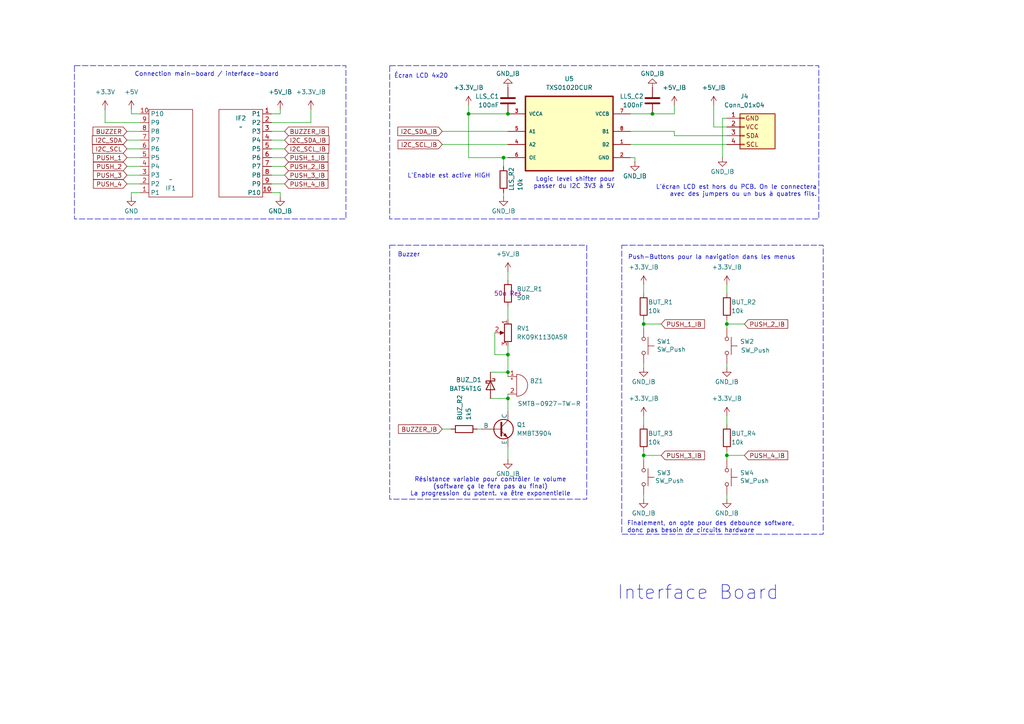
<source format=kicad_sch>
(kicad_sch (version 20231120) (generator "eeschema") (generator_version "8.0")
  (paper "A4")
  (title_block (title "IdeFIX") (rev "v2") (company "GAUL"))
  (lib_symbols
    (symbol "+3.3V_1" (power) (pin_numbers hide) (pin_names (offset 0) hide)
      (property "Value" "+3.3V" (at 0 3.556 0))
      (symbol "+3.3V_1_0_1"
        (polyline (pts (xy -0.762 1.27) (xy 0 2.54)))
        (polyline (pts (xy 0 0) (xy 0 2.54)))
        (polyline (pts (xy 0 2.54) (xy 0.762 1.27)))
      )
      (symbol "+3.3V_1_1_1"
        (pin power_in line (at 0 0 90) (length 0) (name "~") (number "1"))
      )
    )
    (symbol "Connector_Generic:Conn_01x04" (pin_names (offset 1.016) hide)
      (property "Reference" "J?" (at 0 8.89 0))
      (property "Value" "Conn_01x04" (at 0 6.35 0))
      (symbol "Conn_01x04_1_1"
        (rectangle (start -1.27 -4.953) (end 0 -5.207) (stroke (width 0.1524)))
        (rectangle (start -1.27 -2.413) (end 0 -2.667) (stroke (width 0.1524)))
        (rectangle (start -1.27 0.127) (end 0 -0.127) (stroke (width 0.1524)))
        (rectangle (start -1.27 2.667) (end 0 2.413) (stroke (width 0.1524)))
        (rectangle (start -1.27 3.81) (end 8.89 -6.35) (stroke (width 0.254)) (fill (type background)))
        (text "GND" (at 2.286 2.54 0) (effects (font (size 1.27 1.27))))
        (text "SCL" (at 2.286 -5.08 0) (effects (font (size 1.27 1.27))))
        (text "SDA" (at 2.286 -2.54 0) (effects (font (size 1.27 1.27))))
        (text "VCC" (at 2.286 0 0) (effects (font (size 1.27 1.27))))
        (pin passive line (at -5.08 2.54 0) (length 3.81) (name "GND") (number "1"))
        (pin passive line (at -5.08 0 0) (length 3.81) (name "VCC") (number "2"))
        (pin passive line (at -5.08 -2.54 0) (length 3.81) (name "SDA") (number "3"))
        (pin passive line (at -5.08 -5.08 0) (length 3.81) (name "SCL") (number "4"))
      )
    )
    (symbol "Device:Buzzer" (pin_names (offset 0.0254) hide)
      (property "Reference" "BZ" (at 3.81 1.27 0))
      (property "Value" "Buzzer" (at 3.81 -1.27 0))
      (symbol "Buzzer_0_1"
        (arc (start 0 -3.175) (mid 3.1612 0) (end 0 3.175))
        (polyline (pts (xy -1.651 1.905) (xy -1.143 1.905)))
        (polyline (pts (xy -1.397 2.159) (xy -1.397 1.651)))
        (polyline (pts (xy 0 3.175) (xy 0 -3.175)))
      )
      (symbol "Buzzer_1_1"
        (pin passive line (at -2.54 2.54 0) (length 2.54) (name "-") (number "1"))
        (pin passive line (at -2.54 -2.54 0) (length 2.54) (name "+") (number "2"))
      )
    )
    (symbol "Device:C" (pin_numbers hide) (pin_names (offset 0.254))
      (property "Reference" "C" (at 0.635 2.54 0))
      (property "Value" "C" (at 0.635 -2.54 0))
      (symbol "C_0_1"
        (polyline (pts (xy -2.032 -0.762) (xy 2.032 -0.762)) (stroke (width 0.508)))
        (polyline (pts (xy -2.032 0.762) (xy 2.032 0.762)) (stroke (width 0.508)))
      )
      (symbol "C_1_1"
        (pin passive line (at 0 3.81 270) (length 2.794) (name "~") (number "1"))
        (pin passive line (at 0 -3.81 90) (length 2.794) (name "~") (number "2"))
      )
    )
    (symbol "Device:R" (pin_numbers hide) (pin_names (offset 0))
      (property "Reference" "R" (at 2.032 0 90))
      (property "Value" "R" (at 0 0 90))
      (symbol "R_0_1"
        (rectangle (start -1.016 -2.54) (end 1.016 2.54) (stroke (width 0.254)))
      )
      (symbol "R_1_1"
        (pin passive line (at 0 3.81 270) (length 1.27) (name "~") (number "1"))
        (pin passive line (at 0 -3.81 90) (length 1.27) (name "~") (number "2"))
      )
    )
    (symbol "Device:R_Potentiometer" (pin_names (offset 1.016) hide)
      (property "Reference" "RV" (at -4.445 0 90))
      (property "Value" "R_Potentiometer" (at -2.54 0 90))
      (symbol "R_Potentiometer_0_1"
        (polyline (pts (xy 2.54 0) (xy 1.524 0)))
        (polyline (pts (xy 1.143 0) (xy 2.286 0.508) (xy 2.286 -0.508) (xy 1.143 0)) (fill (type outline)))
        (rectangle (start 1.016 2.54) (end -1.016 -2.54) (stroke (width 0.254)))
      )
      (symbol "R_Potentiometer_1_1"
        (pin passive line (at 0 3.81 270) (length 1.27) (name "1") (number "1"))
        (pin passive line (at 3.81 0 180) (length 1.27) (name "2") (number "2"))
        (pin passive line (at 0 -3.81 90) (length 1.27) (name "3") (number "3"))
      )
    )
    (symbol "Diode:1N6858UR" (pin_numbers hide) (pin_names (offset 1.016) hide)
      (property "Reference" "D" (at 0 2.54 0))
      (property "Value" "1N6858UR" (at 0 -2.54 0))
      (symbol "1N6858UR_0_1"
        (polyline (pts (xy 1.27 0) (xy -1.27 0)))
        (polyline (pts (xy 1.27 1.27) (xy 1.27 -1.27) (xy -1.27 0) (xy 1.27 1.27)) (stroke (width 0.254)))
        (polyline (pts (xy -1.905 0.635) (xy -1.905 1.27) (xy -1.27 1.27) (xy -1.27 -1.27) (xy -0.635 -1.27) (xy -0.635 -0.635)) (stroke (width 0.254)))
      )
      (symbol "1N6858UR_1_1"
        (pin passive line (at -3.81 0 0) (length 2.54) (name "K") (number "1"))
        (pin passive line (at 3.81 0 180) (length 2.54) (name "A") (number "2"))
      )
    )
    (symbol "GND_1" (power) (pin_numbers hide) (pin_names (offset 0) hide)
      (property "Value" "GND" (at 0 -3.81 0))
      (symbol "GND_1_0_1"
        (polyline (pts (xy 0 0) (xy 0 -1.27) (xy 1.27 -1.27) (xy 0 -2.54) (xy -1.27 -1.27) (xy 0 -1.27)))
      )
      (symbol "GND_1_1_1"
        (pin power_in line (at 0 0 270) (length 0) (name "~") (number "1"))
      )
    )
    (symbol "INTERFACE_BOARD_1"
      (property "Reference" "IF" (at 0 0.254 0))
      (property "Digikey" "  WM1750-ND" (at 0 0 0))
      (symbol "INTERFACE_BOARD_1_0_1"
        (rectangle (start -6.35 12.7) (end 6.35 -12.7))
      )
      (symbol "INTERFACE_BOARD_1_1_1"
        (pin input line (at -8.89 11.43 0) (length 2.54) (name "P1") (number "1"))
        (pin input line (at -8.89 -11.43 0) (length 2.54) (name "P10") (number "10"))
        (pin input line (at -8.89 8.89 0) (length 2.54) (name "P2") (number "2"))
        (pin input line (at -8.89 6.35 0) (length 2.54) (name "P3") (number "3"))
        (pin input line (at -8.89 3.81 0) (length 2.54) (name "P4") (number "4"))
        (pin input line (at -8.89 1.27 0) (length 2.54) (name "P5") (number "5"))
        (pin input line (at -8.89 -1.27 0) (length 2.54) (name "P6") (number "6"))
        (pin input line (at -8.89 -3.81 0) (length 2.54) (name "P7") (number "7"))
        (pin input line (at -8.89 -6.35 0) (length 2.54) (name "P8") (number "8"))
        (pin input line (at -8.89 -8.89 0) (length 2.54) (name "P9") (number "9"))
      )
    )
    (symbol "Simulation_SPICE:NPN" (pin_numbers hide) (pin_names (offset 0))
      (property "Reference" "Q" (at -2.54 7.62 0))
      (property "Value" "NPN" (at -2.54 5.08 0))
      (symbol "NPN_0_1"
        (polyline (pts (xy -2.54 0) (xy 0.635 0)) (stroke (width 0.1524)))
        (polyline (pts (xy 0.635 0.635) (xy 2.54 2.54)))
        (polyline (pts (xy 2.794 -1.27) (xy 2.794 -1.27)) (stroke (width 0.1524)))
        (polyline (pts (xy 2.794 -1.27) (xy 2.794 -1.27)) (stroke (width 0.1524)))
        (polyline (pts (xy 0.635 -0.635) (xy 2.54 -2.54) (xy 2.54 -2.54)))
        (polyline (pts (xy 0.635 1.905) (xy 0.635 -1.905) (xy 0.635 -1.905)) (stroke (width 0.508)))
        (polyline (pts (xy 1.27 -1.778) (xy 1.778 -1.27) (xy 2.286 -2.286) (xy 1.27 -1.778) (xy 1.27 -1.778)) (fill (type outline)))
        (circle (center 1.27 0) (radius 2.8194) (stroke (width 0.254)))
      )
      (symbol "NPN_1_1"
        (pin open_collector line (at 2.54 5.08 270) (length 2.54) (name "C") (number "1"))
        (pin input line (at -5.08 0 0) (length 2.54) (name "B") (number "2"))
        (pin open_emitter line (at 2.54 -5.08 90) (length 2.54) (name "E") (number "3"))
      )
    )
    (symbol "Switch:SW_Push" (pin_numbers hide) (pin_names (offset 1.016) hide)
      (property "Reference" "SW" (at 1.27 2.54 0))
      (property "Value" "SW_Push" (at 0 -1.524 0))
      (symbol "SW_Push_0_1"
        (circle (center -2.032 0) (radius 0.508))
        (polyline (pts (xy 0 1.27) (xy 0 3.048)))
        (polyline (pts (xy 2.54 1.27) (xy -2.54 1.27)))
        (circle (center 2.032 0) (radius 0.508))
        (pin passive line (at -5.08 0 0) (length 2.54) (name "1") (number "1"))
        (pin passive line (at 5.08 0 180) (length 2.54) (name "2") (number "2"))
      )
    )
    (symbol "Symboles:INTERFACE_BOARD"
      (property "Reference" "IF" (at 0 0.254 0))
      (property "Digikey" "  WM1750-ND" (at 0 0 0))
      (symbol "INTERFACE_BOARD_0_1"
        (rectangle (start -6.35 12.7) (end 6.35 -12.7))
      )
      (symbol "INTERFACE_BOARD_1_1"
        (pin input line (at -8.89 11.43 0) (length 2.54) (name "P1") (number "1"))
        (pin input line (at -8.89 -11.43 0) (length 2.54) (name "P10") (number "10"))
        (pin input line (at -8.89 8.89 0) (length 2.54) (name "P2") (number "2"))
        (pin input line (at -8.89 6.35 0) (length 2.54) (name "P3") (number "3"))
        (pin input line (at -8.89 3.81 0) (length 2.54) (name "P4") (number "4"))
        (pin input line (at -8.89 1.27 0) (length 2.54) (name "P5") (number "5"))
        (pin input line (at -8.89 -1.27 0) (length 2.54) (name "P6") (number "6"))
        (pin input line (at -8.89 -3.81 0) (length 2.54) (name "P7") (number "7"))
        (pin input line (at -8.89 -6.35 0) (length 2.54) (name "P8") (number "8"))
        (pin input line (at -8.89 -8.89 0) (length 2.54) (name "P9") (number "9"))
      )
    )
    (symbol "Symboles:TXS0102DCUR" (pin_names (offset 1.016))
      (property "Reference" "U" (at -0.762 11.938 0))
      (property "Value" "TXS0102DCUR" (at -6.35 8.636 0))
      (symbol "TXS0102DCUR_0_0"
        (rectangle (start -12.7 11.43) (end 12.7 -10.16) (stroke (width 0.41)) (fill (type background)))
        (pin bidirectional line (at 17.78 -2.54 180) (length 5.08) (name "B2") (number "1"))
        (pin power_in line (at 17.78 -6.35 180) (length 5.08) (name "GND") (number "2"))
        (pin power_in line (at -17.78 6.35 0) (length 5.08) (name "VCCA") (number "3"))
        (pin bidirectional line (at -17.78 -2.54 0) (length 5.08) (name "A2") (number "4"))
        (pin bidirectional line (at -17.78 1.27 0) (length 5.08) (name "A1") (number "5"))
        (pin input line (at -17.78 -6.35 0) (length 5.08) (name "OE") (number "6"))
        (pin power_in line (at 17.78 6.35 180) (length 5.08) (name "VCCB") (number "7"))
        (pin bidirectional line (at 17.78 1.27 180) (length 5.08) (name "B1") (number "8"))
      )
    )
    (symbol "power:+3.3V" (power) (pin_names (offset 0))
      (property "Value" "+3.3V" (at 0 3.556 0))
      (symbol "+3.3V_0_1"
        (polyline (pts (xy -0.762 1.27) (xy 0 2.54)))
        (polyline (pts (xy 0 0) (xy 0 2.54)))
        (polyline (pts (xy 0 2.54) (xy 0.762 1.27)))
      )
      (symbol "+3.3V_1_1"
        (pin power_in line (at 0 0 90) (length 0) hide (name "+3.3V") (number "1"))
      )
    )
    (symbol "power:+5V" (power) (pin_numbers hide) (pin_names (offset 0) hide)
      (property "Value" "+5V" (at 0 3.556 0))
      (symbol "+5V_0_1"
        (polyline (pts (xy -0.762 1.27) (xy 0 2.54)))
        (polyline (pts (xy 0 0) (xy 0 2.54)))
        (polyline (pts (xy 0 2.54) (xy 0.762 1.27)))
      )
      (symbol "+5V_1_1"
        (pin power_in line (at 0 0 90) (length 0) (name "~") (number "1"))
      )
    )
  )
  (junction (at 135.89 33.02))
  (junction (at 210.82 132.08))
  (junction (at 210.82 93.98))
  (junction (at 147.32 115.57))
  (junction (at 186.69 93.98))
  (junction (at 147.32 102.87))
  (junction (at 146.05 45.72))
  (junction (at 189.23 33.02))
  (junction (at 186.69 132.08))
  (junction (at 147.32 33.02))
  (junction (at 147.32 107.95))
  (wire (pts (xy 210.82 130.81) (xy 210.82 132.08)))
  (wire (pts (xy 210.82 34.29) (xy 209.55 34.29)))
  (wire (pts (xy 36.83 53.34) (xy 40.64 53.34)))
  (wire (pts (xy 78.74 48.26) (xy 82.55 48.26)))
  (wire (pts (xy 78.74 50.8) (xy 82.55 50.8)))
  (wire (pts (xy 36.83 40.64) (xy 40.64 40.64)))
  (wire (pts (xy 147.32 45.72) (xy 146.05 45.72)))
  (wire (pts (xy 38.1 57.15) (xy 38.1 55.88)))
  (wire (pts (xy 81.28 33.02) (xy 81.28 31.75)))
  (wire (pts (xy 142.24 107.95) (xy 147.32 107.95)))
  (wire (pts (xy 186.69 130.81) (xy 186.69 132.08)))
  (wire (pts (xy 128.27 124.46) (xy 130.81 124.46)))
  (wire (pts (xy 143.51 102.87) (xy 143.51 96.52)))
  (wire (pts (xy 147.32 107.95) (xy 147.32 102.87)))
  (wire (pts (xy 209.55 34.29) (xy 209.55 45.72)))
  (wire (pts (xy 186.69 132.08) (xy 186.69 133.35)))
  (wire (pts (xy 30.48 35.56) (xy 40.64 35.56)))
  (wire (pts (xy 186.69 82.55) (xy 186.69 85.09)))
  (wire (pts (xy 135.89 33.02) (xy 135.89 30.48)))
  (wire (pts (xy 78.74 45.72) (xy 82.55 45.72)))
  (wire (pts (xy 78.74 35.56) (xy 90.17 35.56)))
  (wire (pts (xy 210.82 82.55) (xy 210.82 85.09)))
  (wire (pts (xy 189.23 33.02) (xy 182.88 33.02)))
  (wire (pts (xy 38.1 31.75) (xy 38.1 33.02)))
  (wire (pts (xy 210.82 93.98) (xy 215.9 93.98)))
  (wire (pts (xy 36.83 38.1) (xy 40.64 38.1)))
  (wire (pts (xy 210.82 92.71) (xy 210.82 93.98)))
  (wire (pts (xy 147.32 88.9) (xy 147.32 92.71)))
  (wire (pts (xy 146.05 45.72) (xy 146.05 48.26)))
  (wire (pts (xy 78.74 33.02) (xy 81.28 33.02)))
  (wire (pts (xy 210.82 120.65) (xy 210.82 123.19)))
  (wire (pts (xy 210.82 132.08) (xy 210.82 133.35)))
  (wire (pts (xy 147.32 38.1) (xy 128.27 38.1)))
  (wire (pts (xy 135.89 45.72) (xy 135.89 33.02)))
  (wire (pts (xy 78.74 53.34) (xy 82.55 53.34)))
  (wire (pts (xy 207.01 30.48) (xy 207.01 36.83)))
  (wire (pts (xy 147.32 41.91) (xy 128.27 41.91)))
  (wire (pts (xy 186.69 92.71) (xy 186.69 93.98)))
  (wire (pts (xy 182.88 38.1) (xy 195.58 38.1)))
  (wire (pts (xy 78.74 43.18) (xy 82.55 43.18)))
  (wire (pts (xy 195.58 38.1) (xy 195.58 39.37)))
  (wire (pts (xy 186.69 120.65) (xy 186.69 123.19)))
  (wire (pts (xy 138.43 124.46) (xy 139.7 124.46)))
  (wire (pts (xy 30.48 31.75) (xy 30.48 35.56)))
  (wire (pts (xy 78.74 40.64) (xy 82.55 40.64)))
  (wire (pts (xy 184.15 46.99) (xy 184.15 45.72)))
  (wire (pts (xy 195.58 33.02) (xy 189.23 33.02)))
  (wire (pts (xy 147.32 100.33) (xy 147.32 102.87)))
  (wire (pts (xy 147.32 114.3) (xy 147.32 115.57)))
  (wire (pts (xy 210.82 143.51) (xy 210.82 144.78)))
  (wire (pts (xy 78.74 55.88) (xy 81.28 55.88)))
  (wire (pts (xy 186.69 93.98) (xy 186.69 95.25)))
  (wire (pts (xy 38.1 33.02) (xy 40.64 33.02)))
  (wire (pts (xy 195.58 39.37) (xy 210.82 39.37)))
  (wire (pts (xy 184.15 45.72) (xy 182.88 45.72)))
  (wire (pts (xy 81.28 57.15) (xy 81.28 55.88)))
  (wire (pts (xy 36.83 50.8) (xy 40.64 50.8)))
  (wire (pts (xy 36.83 48.26) (xy 40.64 48.26)))
  (wire (pts (xy 147.32 107.95) (xy 147.32 109.22)))
  (wire (pts (xy 210.82 93.98) (xy 210.82 95.25)))
  (wire (pts (xy 210.82 132.08) (xy 215.9 132.08)))
  (wire (pts (xy 147.32 115.57) (xy 147.32 119.38)))
  (wire (pts (xy 186.69 105.41) (xy 186.69 106.68)))
  (wire (pts (xy 186.69 132.08) (xy 191.77 132.08)))
  (wire (pts (xy 207.01 36.83) (xy 210.82 36.83)))
  (wire (pts (xy 147.32 129.54) (xy 147.32 133.35)))
  (wire (pts (xy 36.83 45.72) (xy 40.64 45.72)))
  (wire (pts (xy 186.69 143.51) (xy 186.69 144.78)))
  (wire (pts (xy 36.83 43.18) (xy 40.64 43.18)))
  (wire (pts (xy 147.32 33.02) (xy 135.89 33.02)))
  (wire (pts (xy 147.32 78.74) (xy 147.32 81.28)))
  (wire (pts (xy 146.05 45.72) (xy 135.89 45.72)))
  (wire (pts (xy 142.24 115.57) (xy 147.32 115.57)))
  (wire (pts (xy 147.32 102.87) (xy 143.51 102.87)))
  (wire (pts (xy 186.69 93.98) (xy 191.77 93.98)))
  (wire (pts (xy 78.74 38.1) (xy 82.55 38.1)))
  (wire (pts (xy 146.05 57.15) (xy 146.05 55.88)))
  (wire (pts (xy 210.82 105.41) (xy 210.82 106.68)))
  (wire (pts (xy 195.58 30.48) (xy 195.58 33.02)))
  (wire (pts (xy 38.1 55.88) (xy 40.64 55.88)))
  (wire (pts (xy 90.17 35.56) (xy 90.17 31.75)))
  (wire (pts (xy 210.82 41.91) (xy 182.88 41.91)))
  (rectangle (start 21.59 19.05) (end 100.33 63.5) (stroke (width 0) (type dash)))
  (rectangle (start 113.03 19.05) (end 237.49 63.5) (stroke (width 0) (type dash)))
  (rectangle (start 113.03 71.12) (end 170.18 144.78) (stroke (width 0) (type dash)))
  (rectangle (start 180.34 71.12) (end 238.76 154.94) (stroke (width 0) (type dash)))
  (text "Logic level shifter pour\npasser du I2C 3V3 à 5V\n" (at 178.308 54.864 0) (effects (font (size 1.27 1.27)) (justify right bottom)))
  (text "Interface Board" (at 202.438 171.958 0) (effects (font (size 4 4))))
  (text "Connection main-board / interface-board" (at 59.944 21.59 0) (effects (font (size 1.27 1.27))))
  (text "L'écran LCD est hors du PCB. On le connectera\navec des jumpers ou un bus à quatres fils." (at 236.982 57.15 0) (effects (font (size 1.27 1.27)) (justify right bottom)))
  (text "Finalement, on opte pour des debounce software,\ndonc pas besoin de circuits hardware" (at 181.864 154.686 0) (effects (font (size 1.27 1.27)) (justify left bottom)))
  (text "Écran LCD 4x20" (at 114.3 22.86 0) (effects (font (size 1.27 1.27)) (justify left bottom)))
  (text "Résistance variable pour contrôler le volume\n(software ça le fera pas au final)\nLa progression du potent. va être exponentielle" (at 142.24 141.224 0) (effects (font (size 1.27 1.27))))
  (text "Buzzer\n" (at 115.316 74.676 0) (effects (font (size 1.27 1.27)) (justify left bottom)))
  (text "Push-Buttons pour la navigation dans les menus" (at 182.118 75.438 0) (effects (font (size 1.27 1.27)) (justify left bottom)))
  (text "L'Enable est active HIGH\n" (at 142.24 51.816 0) (effects (font (size 1.27 1.27)) (justify right bottom)))
  (global_label "I2C_SDA_IB" (shape input) (at 128.27 38.1 180) (property "Intersheetrefs" "${INTERSHEET_REFS}" (effects (hide yes))))
  (global_label "I2C_SCL_IB" (shape input) (at 128.27 41.91 180) (property "Intersheetrefs" "${INTERSHEET_REFS}" (effects (hide yes))))
  (global_label "I2C_SDA" (shape input) (at 36.83 40.64 180) (property "Intersheetrefs" "${INTERSHEET_REFS}" (effects (hide yes))))
  (global_label "PUSH_4" (shape input) (at 36.83 53.34 180) (property "Intersheetrefs" "${INTERSHEET_REFS}" (effects (hide yes))))
  (global_label "PUSH_4_IB" (shape input) (at 215.9 132.08 0) (property "Intersheetrefs" "${INTERSHEET_REFS}" (effects (hide yes))))
  (global_label "PUSH_2_IB" (shape input) (at 82.55 48.26 0) (property "Intersheetrefs" "${INTERSHEET_REFS}" (effects (hide yes))))
  (global_label "BUZZER_IB" (shape input) (at 128.27 124.46 180) (property "Intersheetrefs" "${INTERSHEET_REFS}" (effects (hide yes))))
  (global_label "BUZZER_IB" (shape input) (at 82.55 38.1 0) (property "Intersheetrefs" "${INTERSHEET_REFS}" (effects (hide yes))))
  (global_label "PUSH_4_IB" (shape input) (at 82.55 53.34 0) (property "Intersheetrefs" "${INTERSHEET_REFS}" (effects (hide yes))))
  (global_label "PUSH_2_IB" (shape input) (at 215.9 93.98 0) (property "Intersheetrefs" "${INTERSHEET_REFS}" (effects (hide yes))))
  (global_label "PUSH_3" (shape input) (at 36.83 50.8 180) (property "Intersheetrefs" "${INTERSHEET_REFS}" (effects (hide yes))))
  (global_label "I2C_SCL_IB" (shape input) (at 82.55 43.18 0) (property "Intersheetrefs" "${INTERSHEET_REFS}" (effects (hide yes))))
  (global_label "PUSH_1_IB" (shape input) (at 191.77 93.98 0) (property "Intersheetrefs" "${INTERSHEET_REFS}" (effects (hide yes))))
  (global_label "PUSH_1_IB" (shape input) (at 82.55 45.72 0) (property "Intersheetrefs" "${INTERSHEET_REFS}" (effects (hide yes))))
  (global_label "PUSH_3_IB" (shape input) (at 82.55 50.8 0) (property "Intersheetrefs" "${INTERSHEET_REFS}" (effects (hide yes))))
  (global_label "I2C_SCL" (shape input) (at 36.83 43.18 180) (property "Intersheetrefs" "${INTERSHEET_REFS}" (effects (hide yes))))
  (global_label "PUSH_1" (shape input) (at 36.83 45.72 180) (property "Intersheetrefs" "${INTERSHEET_REFS}" (effects (hide yes))))
  (global_label "BUZZER" (shape input) (at 36.83 38.1 180) (property "Intersheetrefs" "${INTERSHEET_REFS}" (effects (hide yes))))
  (global_label "I2C_SDA_IB" (shape input) (at 82.55 40.64 0) (property "Intersheetrefs" "${INTERSHEET_REFS}" (effects (hide yes))))
  (global_label "PUSH_2" (shape input) (at 36.83 48.26 180) (property "Intersheetrefs" "${INTERSHEET_REFS}" (effects (hide yes))))
  (global_label "PUSH_3_IB" (shape input) (at 191.77 132.08 0) (property "Intersheetrefs" "${INTERSHEET_REFS}" (effects (hide yes))))
  (symbol (lib_id "power:+3.3V") (at 135.89 30.48 0) (mirror y) (unit 1)
    (property "Reference" "#PWR053" (effects (hide yes)))
    (property "Value" "+3.3V_IB" (at 135.89 25.4 0))
  )
  (symbol (lib_id "Connector_Generic:Conn_01x04") (at 215.9 36.83 0) (unit 1) (in_bom no)
    (property "Reference" "J4" (at 215.9 27.94 0))
    (property "Value" "Conn_01x04" (at 215.9 30.48 0))
    (property "Footprint" "Connector_PinHeader_2.54mm:PinHeader_1x04_P2.54mm_Vertical" (effects (hide yes)))
  )
  (symbol (lib_id "Device:R") (at 147.32 85.09 180) (unit 1)
    (property "Reference" "BUZ_R1" (at 149.86 83.82 0) (effects (justify right)))
    (property "Value" "50R" (at 149.86 86.36 0) (effects (justify right)))
    (property "Footprint" "Resistor_SMD:R_1206_3216Metric" (effects (hide yes)))
    (property "Description" "50o Res" (at 147.32 85.09 0))
    (property "Digikey" "541-TNPW120650R0BEENCT-ND" (effects (hide yes)))
  )
  (symbol (lib_id "Device:R") (at 186.69 127 0) (unit 1)
    (property "Reference" "BUT_R3" (at 187.96 125.73 0) (effects (justify left)))
    (property "Value" "10k" (at 187.96 128.27 0) (effects (justify left)))
    (property "Footprint" "Resistor_SMD:R_1206_3216Metric" (effects (hide yes)))
    (property "Description" "10k Res" (effects (hide yes)))
    (property "Digikey" "311-10.0KFRCT-ND" (effects (hide yes)))
  )
  (symbol (lib_id "power:+5V") (at 38.1 31.75 0) (unit 1)
    (property "Reference" "#PWR054" (effects (hide yes)))
    (property "Value" "+5V" (at 38.1 26.67 0))
    (property "Description" "Power symbol creates a global label with name \"+5V\"" (effects (hide yes)))
  )
  (symbol (lib_id "power:+3.3V") (at 210.82 82.55 0) (unit 1)
    (property "Reference" "#PWR047" (effects (hide yes)))
    (property "Value" "+3.3V_IB" (at 210.82 77.47 0))
  )
  (symbol (lib_name "INTERFACE_BOARD_1") (lib_id "Symboles:INTERFACE_BOARD") (at 49.53 44.45 0) (mirror x) (unit 1)
    (property "Reference" "IF1" (at 49.53 54.61 0))
    (property "Value" "~" (at 49.53 52.07 0))
    (property "Footprint" "Footprints:CONN10_530481010_MOL" (effects (hide yes)))
    (property "Datasheet" "https://www.molex.com/en-us/products/part-detail/530481010" (effects (hide yes)))
    (property "Description" "PCB connector" (effects (hide yes)))
    (property "Digikey" "  WM1750-ND" (effects (hide yes)))
  )
  (symbol (lib_id "Device:C") (at 189.23 29.21 0) (mirror y) (unit 1)
    (property "Reference" "LLS_C2" (at 186.69 27.94 0) (effects (justify left)))
    (property "Value" "100nF" (at 186.69 30.48 0) (effects (justify left)))
    (property "Footprint" "Capacitor_SMD:C_1206_3216Metric" (effects (hide yes)))
    (property "Description" "100nF Cap" (effects (hide yes)))
    (property "Digikey" "399-C1206C104K5RACTUCT-ND" (effects (hide yes)))
  )
  (symbol (lib_id "power:+5V") (at 195.58 30.48 0) (mirror y) (unit 1)
    (property "Reference" "#PWR071" (effects (hide yes)))
    (property "Value" "+5V_IB" (at 195.58 25.4 0))
    (property "Description" "Power symbol creates a global label with name \"+5V\"" (effects (hide yes)))
  )
  (symbol (lib_name "GND_1") (lib_id "power:GND") (at 189.23 25.4 0) (mirror x) (unit 1)
    (property "Reference" "#PWR075" (effects (hide yes)))
    (property "Value" "GND_IB" (at 189.23 21.336 0))
    (property "Description" "Power symbol creates a global label with name \"GND\" , ground" (effects (hide yes)))
  )
  (symbol (lib_id "Device:Buzzer") (at 149.86 111.76 0) (unit 1)
    (property "Reference" "BZ1" (at 153.67 110.49 0) (effects (justify left)))
    (property "Value" "SMTB-0927-TW-R" (at 150.114 117.094 0) (effects (justify left)))
    (property "Footprint" "Footprints:Buzzer_D14mm_H7mm_P10mm" (effects (hide yes)))
    (property "Datasheet" "https://www.digikey.com/en/products/detail/pui-audio-inc/SMTB-0927-TW-R/13165907" (effects (hide yes)))
    (property "Description" "Buzzer" (effects (hide yes)))
    (property "Digikey" "668-SMTB-0927-TW-RCT-ND" (effects (hide yes)))
  )
  (symbol (lib_id "power:+3.3V") (at 210.82 120.65 0) (unit 1)
    (property "Reference" "#PWR040" (effects (hide yes)))
    (property "Value" "+3.3V_IB" (at 210.82 115.57 0))
  )
  (symbol (lib_id "power:+5V") (at 147.32 78.74 0) (unit 1)
    (property "Reference" "#PWR039" (effects (hide yes)))
    (property "Value" "+5V_IB" (at 147.32 73.66 0))
    (property "Description" "Power symbol creates a global label with name \"+5V\"" (effects (hide yes)))
  )
  (symbol (lib_id "Device:C") (at 147.32 29.21 0) (mirror y) (unit 1)
    (property "Reference" "LLS_C1" (at 144.78 27.94 0) (effects (justify left)))
    (property "Value" "100nF" (at 144.78 30.48 0) (effects (justify left)))
    (property "Footprint" "Capacitor_SMD:C_1206_3216Metric" (effects (hide yes)))
    (property "Description" "100nF Cap" (effects (hide yes)))
    (property "Digikey" "399-C1206C104K5RACTUCT-ND" (effects (hide yes)))
  )
  (symbol (lib_id "Switch:SW_Push") (at 186.69 138.43 270) (unit 1)
    (property "Reference" "SW3" (at 190.5 137.16 90) (effects (justify left)))
    (property "Value" "SW_Push" (at 189.992 139.446 90) (effects (justify left)))
    (property "Footprint" "Footprints:SW_PUSH_6mm_H4.3mm" (effects (hide yes)))
    (property "Datasheet" "https://www.digikey.ca/en/products/detail/e-switch/TL1105SPF250Q/271559?utm_adgroup=Switches&utm_source=google&utm_medium=cpc&utm_campaign=Dynamic%20Search_FR_Product&utm_term=&productid=&utm_content=Switches&utm_id=go_cmp-207527465_adg-17081065505_ad-665615849993_dsa-45015282538_dev-c_ext-_prd-_sig-CjwKCAiAudG5BhAREiwAWMlSjK-LtkkX5A-FA2E4kKSeBlfAvlKrne-i3wRhEQ7HHqFGyez9rcR0WxoChboQAvD_BwE&gad_source=1&gclid=CjwKCAiAudG5BhAREiwAWMlSjK-LtkkX5A-FA2E4kKSeBlfAvlKrne-i3wRhEQ7HHqFGyez9rcR0WxoChboQAvD_BwE" (effects (hide yes)))
    (property "Description" "Button" (effects (hide yes)))
    (property "Digikey" "  EG1862-ND" (effects (hide yes)))
  )
  (symbol (lib_id "power:+5V") (at 81.28 31.75 0) (mirror y) (unit 1)
    (property "Reference" "#PWR052" (effects (hide yes)))
    (property "Value" "+5V_IB" (at 81.28 26.67 0))
    (property "Description" "Power symbol creates a global label with name \"+5V\"" (effects (hide yes)))
  )
  (symbol (lib_id "power:+3.3V") (at 186.69 82.55 0) (unit 1)
    (property "Reference" "#PWR041" (effects (hide yes)))
    (property "Value" "+3.3V_IB" (at 186.69 77.47 0))
  )
  (symbol (lib_name "GND_1") (lib_id "power:GND") (at 147.32 25.4 0) (mirror x) (unit 1)
    (property "Reference" "#PWR076" (effects (hide yes)))
    (property "Value" "GND_IB" (at 147.32 21.336 0))
    (property "Description" "Power symbol creates a global label with name \"GND\" , ground" (effects (hide yes)))
  )
  (symbol (lib_id "Simulation_SPICE:NPN") (at 144.78 124.46 0) (unit 1)
    (property "Reference" "Q1" (at 149.86 123.1899 0) (effects (justify left)))
    (property "Value" "MMBT3904" (at 149.86 125.7299 0) (effects (justify left)))
    (property "Footprint" "Footprints:SOT-23" (effects (hide yes)))
    (property "Datasheet" "https://www.digikey.ca/en/products/detail/onsemi/MMBT3904LT1G/1139813" (effects (hide yes)))
    (property "Description" "MMBT3904" (effects (hide yes)))
    (property "Sim.Device" "NPN" (effects (hide yes)))
    (property "Sim.Type" "GUMMELPOON" (effects (hide yes)))
    (property "Sim.Pins" "1=C 2=B 3=E" (effects (hide yes)))
    (property "Digikey" "MMBT3904LT1GOSCT-ND" (effects (hide yes)))
  )
  (symbol (lib_id "Device:R") (at 146.05 52.07 0) (mirror y) (unit 1)
    (property "Reference" "LLS_R2" (at 148.336 55.372 90) (effects (justify left)))
    (property "Value" "10k" (at 150.876 55.372 90) (effects (justify left)))
    (property "Footprint" "Resistor_SMD:R_1206_3216Metric" (effects (hide yes)))
    (property "Description" "10k Res" (effects (hide yes)))
    (property "Digikey" "311-10.0KFRCT-ND" (effects (hide yes)))
  )
  (symbol (lib_id "Switch:SW_Push") (at 210.82 100.33 270) (unit 1)
    (property "Reference" "SW2" (at 214.63 99.06 90) (effects (justify left)))
    (property "Value" "SW_Push" (at 214.884 101.6 90) (effects (justify left)))
    (property "Footprint" "Footprints:SW_PUSH_6mm_H4.3mm" (effects (hide yes)))
    (property "Datasheet" "https://www.digikey.ca/en/products/detail/e-switch/TL1105SPF250Q/271559?utm_adgroup=Switches&utm_source=google&utm_medium=cpc&utm_campaign=Dynamic%20Search_FR_Product&utm_term=&productid=&utm_content=Switches&utm_id=go_cmp-207527465_adg-17081065505_ad-665615849993_dsa-45015282538_dev-c_ext-_prd-_sig-CjwKCAiAudG5BhAREiwAWMlSjK-LtkkX5A-FA2E4kKSeBlfAvlKrne-i3wRhEQ7HHqFGyez9rcR0WxoChboQAvD_BwE&gad_source=1&gclid=CjwKCAiAudG5BhAREiwAWMlSjK-LtkkX5A-FA2E4kKSeBlfAvlKrne-i3wRhEQ7HHqFGyez9rcR0WxoChboQAvD_BwE" (effects (hide yes)))
    (property "Description" "Button" (effects (hide yes)))
    (property "Digikey" "  EG1862-ND" (effects (hide yes)))
  )
  (symbol (lib_id "Symboles:TXS0102DCUR") (at 165.1 39.37 0) (unit 1)
    (property "Reference" "U5" (at 165.1 22.86 0))
    (property "Value" "TXS0102DCUR" (at 165.1 25.4 0))
    (property "Footprint" "Footprints:SOP50P310X90-8N" (effects (hide yes)))
    (property "Datasheet" "https://www.digikey.ca/en/products/detail/texas-instruments/txs0102dcur/1629104" (effects (hide yes)))
    (property "Description" "Logic level shifter" (effects (hide yes)))
    (property "Digikey" "  296-21931-2-ND" (effects (hide yes)))
  )
  (symbol (lib_name "GND_1") (lib_id "power:GND") (at 147.32 133.35 0) (unit 1)
    (property "Reference" "#PWR074" (effects (hide yes)))
    (property "Value" "GND_IB" (at 147.32 137.414 0))
    (property "Description" "Power symbol creates a global label with name \"GND\" , ground" (effects (hide yes)))
  )
  (symbol (lib_id "Device:R") (at 134.62 124.46 90) (unit 1)
    (property "Reference" "BUZ_R2" (at 133.35 121.92 0) (effects (justify left)))
    (property "Value" "1k5" (at 135.89 121.92 0) (effects (justify left)))
    (property "Footprint" "Resistor_SMD:R_1206_3216Metric" (effects (hide yes)))
    (property "Description" "1k5 Res" (effects (hide yes)))
    (property "Digikey" "541-4184-1-ND" (effects (hide yes)))
  )
  (symbol (lib_name "GND_1") (lib_id "power:GND") (at 210.82 144.78 0) (unit 1)
    (property "Reference" "#PWR046" (effects (hide yes)))
    (property "Value" "GND_IB" (at 210.82 148.844 0))
    (property "Description" "Power symbol creates a global label with name \"GND\" , ground" (effects (hide yes)))
  )
  (symbol (lib_id "power:+5V") (at 207.01 30.48 0) (mirror y) (unit 1)
    (property "Reference" "#PWR051" (effects (hide yes)))
    (property "Value" "+5V_IB" (at 207.01 25.4 0))
    (property "Description" "Power symbol creates a global label with name \"+5V\"" (effects (hide yes)))
  )
  (symbol (lib_id "power:+3.3V") (at 90.17 31.75 0) (unit 1)
    (property "Reference" "#PWR050" (effects (hide yes)))
    (property "Value" "+3.3V_IB" (at 90.17 26.67 0))
  )
  (symbol (lib_id "Symboles:INTERFACE_BOARD") (at 69.85 44.45 0) (mirror y) (unit 1)
    (property "Reference" "IF2" (at 69.85 34.29 0))
    (property "Value" "~" (at 69.85 36.83 0))
    (property "Footprint" "Footprints:CONN10_530481010_MOL" (effects (hide yes)))
    (property "Datasheet" "https://www.molex.com/en-us/products/part-detail/530481010" (effects (hide yes)))
    (property "Description" "PCB connector" (effects (hide yes)))
    (property "Digikey" "  WM1750-ND" (effects (hide yes)))
  )
  (symbol (lib_id "Device:R") (at 210.82 88.9 0) (unit 1)
    (property "Reference" "BUT_R2" (at 212.09 87.63 0) (effects (justify left)))
    (property "Value" "10k" (at 212.09 90.17 0) (effects (justify left)))
    (property "Footprint" "Resistor_SMD:R_1206_3216Metric" (effects (hide yes)))
    (property "Description" "10k Res" (effects (hide yes)))
    (property "Digikey" "311-10.0KFRCT-ND" (effects (hide yes)))
  )
  (symbol (lib_name "GND_1") (lib_id "power:GND") (at 81.28 57.15 0) (mirror y) (unit 1)
    (property "Reference" "#PWR061" (effects (hide yes)))
    (property "Value" "GND_IB" (at 81.28 61.214 0))
    (property "Description" "Power symbol creates a global label with name \"GND\" , ground" (effects (hide yes)))
  )
  (symbol (lib_id "power:+3.3V") (at 186.69 120.65 0) (unit 1)
    (property "Reference" "#PWR049" (effects (hide yes)))
    (property "Value" "+3.3V_IB" (at 186.69 115.57 0))
  )
  (symbol (lib_id "Device:R") (at 210.82 127 0) (unit 1)
    (property "Reference" "BUT_R4" (at 212.09 125.73 0) (effects (justify left)))
    (property "Value" "10k" (at 212.09 128.27 0) (effects (justify left)))
    (property "Footprint" "Resistor_SMD:R_1206_3216Metric" (effects (hide yes)))
    (property "Description" "10k Res" (effects (hide yes)))
    (property "Digikey" "311-10.0KFRCT-ND" (effects (hide yes)))
  )
  (symbol (lib_name "GND_1") (lib_id "power:GND") (at 186.69 144.78 0) (unit 1)
    (property "Reference" "#PWR044" (effects (hide yes)))
    (property "Value" "GND_IB" (at 186.69 148.844 0))
    (property "Description" "Power symbol creates a global label with name \"GND\" , ground" (effects (hide yes)))
  )
  (symbol (lib_name "GND_1") (lib_id "power:GND") (at 38.1 57.15 0) (unit 1)
    (property "Reference" "#PWR056" (effects (hide yes)))
    (property "Value" "GND" (at 38.1 61.214 0))
    (property "Description" "Power symbol creates a global label with name \"GND\" , ground" (effects (hide yes)))
  )
  (symbol (lib_name "GND_1") (lib_id "power:GND") (at 184.15 46.99 0) (mirror y) (unit 1)
    (property "Reference" "#PWR072" (effects (hide yes)))
    (property "Value" "GND_IB" (at 184.15 51.054 0))
    (property "Description" "Power symbol creates a global label with name \"GND\" , ground" (effects (hide yes)))
  )
  (symbol (lib_id "Device:R_Potentiometer") (at 147.32 96.52 0) (mirror y) (unit 1)
    (property "Reference" "RV1" (at 149.86 95.2499 0) (effects (justify right)))
    (property "Value" "RK09K1130A5R" (at 149.86 97.7899 0) (effects (justify right)))
    (property "Footprint" "Footprints:Potentiometer_Alps_RK09K_Single_Vertical" (effects (hide yes)))
    (property "Datasheet" "https://www.digikey.ca/en/products/detail/alps-alpine/RK09K1130A5R/21721633" (effects (hide yes)))
    (property "Description" "Potentiometer" (effects (hide yes)))
    (property "Digikey" "  4809-RK09K1130A5R-ND" (effects (hide yes)))
  )
  (symbol (lib_id "Diode:1N6858UR") (at 142.24 111.76 270) (unit 1)
    (property "Reference" "BUZ_D1" (at 139.7 110.1725 90) (effects (justify right)))
    (property "Value" "BAT54T1G" (at 139.7 112.7125 90) (effects (justify right)))
    (property "Footprint" "Diode_SMD:D_SOD-123" (effects (hide yes)))
    (property "Datasheet" "https://www.digikey.ca/en/products/detail/onsemi/BAT54T1G/918319" (effects (hide yes)))
    (property "Description" "Schottky diode" (effects (hide yes)))
    (property "Digikey" "BAT54T1GOSCT-ND" (effects (hide yes)))
  )
  (symbol (lib_name "GND_1") (lib_id "power:GND") (at 186.69 106.68 0) (unit 1)
    (property "Reference" "#PWR014" (effects (hide yes)))
    (property "Value" "GND_IB" (at 186.69 110.744 0))
    (property "Description" "Power symbol creates a global label with name \"GND\" , ground" (effects (hide yes)))
  )
  (symbol (lib_id "Switch:SW_Push") (at 186.69 100.33 270) (unit 1)
    (property "Reference" "SW1" (at 190.5 99.06 90) (effects (justify left)))
    (property "Value" "SW_Push" (at 190.5 101.346 90) (effects (justify left)))
    (property "Footprint" "Footprints:SW_PUSH_6mm_H4.3mm" (effects (hide yes)))
    (property "Datasheet" "https://www.digikey.ca/en/products/detail/e-switch/TL1105SPF250Q/271559?utm_adgroup=Switches&utm_source=google&utm_medium=cpc&utm_campaign=Dynamic%20Search_FR_Product&utm_term=&productid=&utm_content=Switches&utm_id=go_cmp-207527465_adg-17081065505_ad-665615849993_dsa-45015282538_dev-c_ext-_prd-_sig-CjwKCAiAudG5BhAREiwAWMlSjK-LtkkX5A-FA2E4kKSeBlfAvlKrne-i3wRhEQ7HHqFGyez9rcR0WxoChboQAvD_BwE&gad_source=1&gclid=CjwKCAiAudG5BhAREiwAWMlSjK-LtkkX5A-FA2E4kKSeBlfAvlKrne-i3wRhEQ7HHqFGyez9rcR0WxoChboQAvD_BwE" (effects (hide yes)))
    (property "Description" "Button" (effects (hide yes)))
    (property "Digikey" "  EG1862-ND" (effects (hide yes)))
  )
  (symbol (lib_name "+3.3V_1") (lib_id "power:+3.3V") (at 30.48 31.75 0) (mirror y) (unit 1)
    (property "Reference" "#PWR055" (effects (hide yes)))
    (property "Value" "+3.3V" (at 30.48 26.67 0))
    (property "Description" "Power symbol creates a global label with name \"+3.3V\"" (effects (hide yes)))
  )
  (symbol (lib_id "Switch:SW_Push") (at 210.82 138.43 270) (unit 1)
    (property "Reference" "SW4" (at 214.63 137.16 90) (effects (justify left)))
    (property "Value" "SW_Push" (at 214.63 139.446 90) (effects (justify left)))
    (property "Footprint" "Footprints:SW_PUSH_6mm_H4.3mm" (effects (hide yes)))
    (property "Datasheet" "https://www.digikey.ca/en/products/detail/e-switch/TL1105SPF250Q/271559?utm_adgroup=Switches&utm_source=google&utm_medium=cpc&utm_campaign=Dynamic%20Search_FR_Product&utm_term=&productid=&utm_content=Switches&utm_id=go_cmp-207527465_adg-17081065505_ad-665615849993_dsa-45015282538_dev-c_ext-_prd-_sig-CjwKCAiAudG5BhAREiwAWMlSjK-LtkkX5A-FA2E4kKSeBlfAvlKrne-i3wRhEQ7HHqFGyez9rcR0WxoChboQAvD_BwE&gad_source=1&gclid=CjwKCAiAudG5BhAREiwAWMlSjK-LtkkX5A-FA2E4kKSeBlfAvlKrne-i3wRhEQ7HHqFGyez9rcR0WxoChboQAvD_BwE" (effects (hide yes)))
    (property "Description" "Button" (effects (hide yes)))
    (property "Digikey" "  EG1862-ND" (effects (hide yes)))
  )
  (symbol (lib_name "GND_1") (lib_id "power:GND") (at 146.05 57.15 0) (mirror y) (unit 1)
    (property "Reference" "#PWR073" (effects (hide yes)))
    (property "Value" "GND_IB" (at 146.05 61.214 0))
    (property "Description" "Power symbol creates a global label with name \"GND\" , ground" (effects (hide yes)))
  )
  (symbol (lib_id "Device:R") (at 186.69 88.9 0) (unit 1)
    (property "Reference" "BUT_R1" (at 187.96 87.63 0) (effects (justify left)))
    (property "Value" "10k" (at 187.96 90.17 0) (effects (justify left)))
    (property "Footprint" "Resistor_SMD:R_1206_3216Metric" (effects (hide yes)))
    (property "Description" "10k Res" (effects (hide yes)))
    (property "Digikey" "311-10.0KFRCT-ND" (effects (hide yes)))
  )
  (symbol (lib_name "GND_1") (lib_id "power:GND") (at 209.55 45.72 0) (mirror y) (unit 1)
    (property "Reference" "#PWR048" (effects (hide yes)))
    (property "Value" "GND_IB" (at 209.55 49.784 0))
    (property "Description" "Power symbol creates a global label with name \"GND\" , ground" (effects (hide yes)))
  )
  (symbol (lib_name "GND_1") (lib_id "power:GND") (at 210.82 106.68 0) (unit 1)
    (property "Reference" "#PWR019" (effects (hide yes)))
    (property "Value" "GND_IB" (at 210.82 110.744 0))
    (property "Description" "Power symbol creates a global label with name \"GND\" , ground" (effects (hide yes)))
  )
)
</source>
